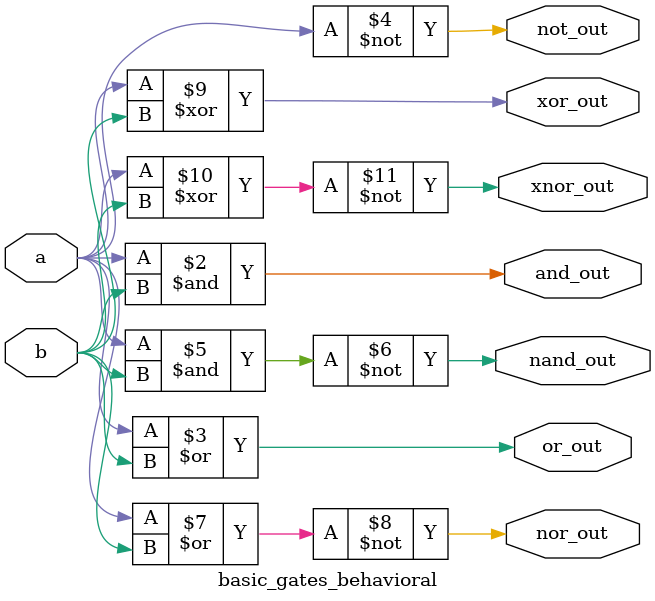
<source format=v>
module basic_gates_behavioral_tb;
reg a, b;
wire and_out, or_out, not_out, nand_out, nor_out, xor_out, xnor_out;
basic_gates_behavioral dut (.a(a),.b(b),.and_out(and_out),.or_out(or_out),.not_out(not_out),.nand_out(nand_out),.nor_out(nor_out),.xor_out(xor_out),.xnor_out(xnor_out));
initial begin
$monitor("a=%b | b=%b | and_out=%b |  or_out=%b |  not_out=%b |  nand_out=%b |  nor_out=%b |  xor_out=%b |  xnor_out=%b | time=%t",a,b,and_out, or_out, not_out, nand_out, nor_out, xor_out, xnor_out,$time);
$dumpfile("basic_gates_behavioral.vcd");
$dumpvars();
a = 0; b = 0; #10;
a = 0; b = 1; #10;
a = 1; b = 0; #10;
a = 1; b = 1; #10;
$finish;
end
endmodule

  
  
  //DESIGN
  module basic_gates_behavioral (
input  a,
input  b,
output reg and_out,
output reg or_out,
output reg not_out,
output reg nand_out,
output reg nor_out,
output reg xor_out,
output reg xnor_out);
always @(*) begin
and_out  = a & b;
or_out   = a | b;
not_out  = ~a;
nand_out = ~(a & b);
nor_out  = ~(a | b);
xor_out  = a ^ b;
xnor_out = ~(a ^ b);
end
endmodule

</source>
